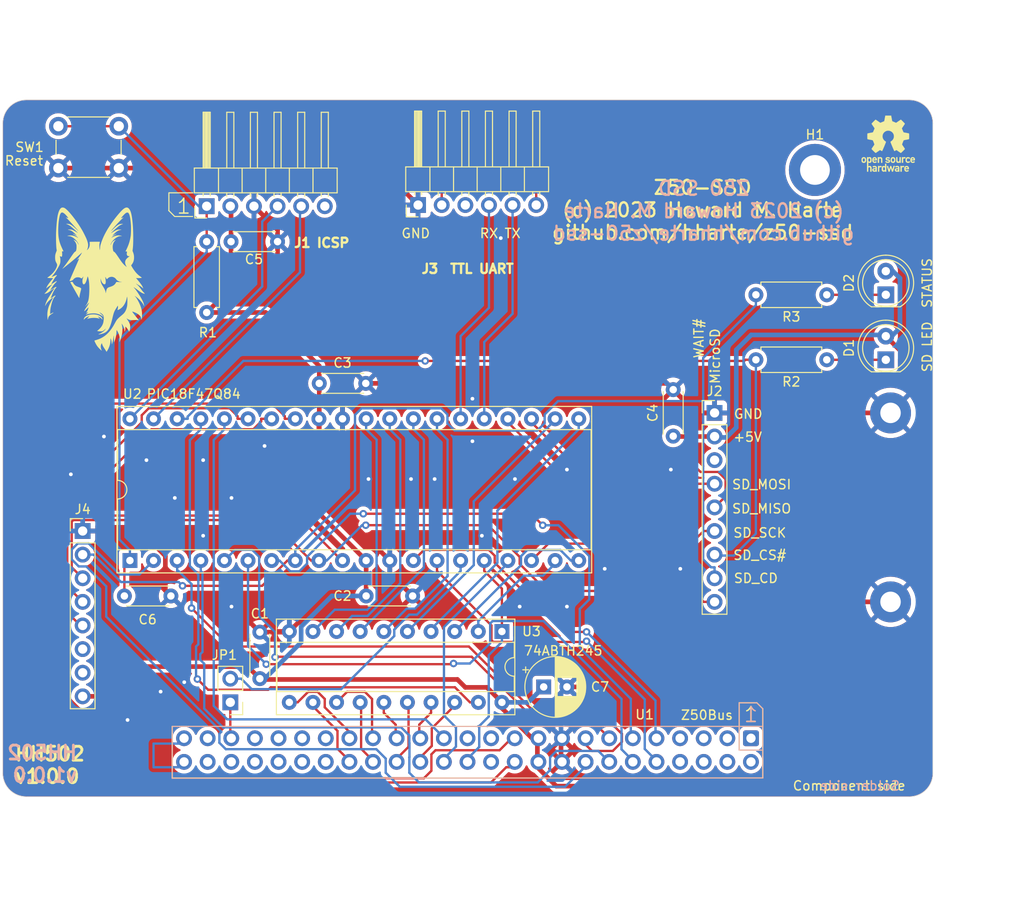
<source format=kicad_pcb>
(kicad_pcb (version 20221018) (generator pcbnew)
  (title_block (title "Z50-SSD - Solid-State Disk for the Z50Bus") (date "2023-05-07"))
  (layers (0 "F.Cu" signal) (31 "B.Cu" signal) (34 "B.Paste" user) (35 "F.Paste" user) (36 "B.SilkS" user "B.Silkscreen") (37 "F.SilkS" user "F.Silkscreen") (38 "B.Mask" user) (39 "F.Mask" user) (44 "Edge.Cuts" user))
  (net 0 "")
  (net 1 "GND")
  (net 2 "+5V")
  (net 3 "Net-(D1-K)")
  (net 4 "/CPU_D_CE#")
  (net 5 "/CPU_IORQ#")
  (net 6 "/UART_RX")
  (net 7 "/UART_TX")
  (net 8 "/CPU_WAIT#")
  (net 9 "/CPU_D0")
  (net 10 "/CPU_D1")
  (net 11 "/CPU_D2")
  (net 12 "/CPU_D3")
  (net 13 "/CPU_D4")
  (net 14 "/CPU_D5")
  (net 15 "/CPU_D6")
  (net 16 "/CPU_D7")
  (net 17 "/CPU_WR#")
  (net 18 "/CPU_RD#")
  (net 19 "/MCLR#")
  (net 20 "/SD_CS#")
  (net 21 "/SD_SCK")
  (net 22 "/SD_MOSI")
  (net 23 "/SD_MISO")
  (net 24 "/CPU_A0")
  (net 25 "/CPU_A1")
  (net 26 "/CPU_A2")
  (net 27 "/CPU_A3")
  (net 28 "/CPU_A4")
  (net 29 "/CPU_A5")
  (net 30 "/CPU_A6")
  (net 31 "/CPU_A7")
  (net 32 "/MCU_D1")
  (net 33 "/MCU_D0")
  (net 34 "/MCU_D7")
  (net 35 "/MCU_D6")
  (net 36 "/MCU_D5")
  (net 37 "/MCU_D4")
  (net 38 "/MCU_D3")
  (net 39 "/MCU_D2")
  (net 40 "/CPU_RESET#")
  (net 41 "/ICSP_PGC")
  (net 42 "/MCU_RB1")
  (net 43 "/MCU_RE1")
  (net 44 "/MCU_RE0")
  (net 45 "/MCU_RE2")
  (net 46 "/MCU_WAIT#")
  (net 47 "Net-(D2-K)")
  (net 48 "/CPU_M1#")
  (net 50 "Net-(J1-Pin_4)")
  (net 52 "Net-(J3-Pin_2)")
  (net 64 "/CPU_CLK")
  (net 78 "/IEO")
  (footprint "Resistor_THT:R_Axial_DIN0207_L6.3mm_D2.5mm_P7.62mm_Horizontal" (layer "F.Cu") (at 50.165 73.025 90)
    (fp_text reference "R1")
    (fp_text value "10K")
  )
  (footprint "Resistor_THT:R_Axial_DIN0207_L6.3mm_D2.5mm_P7.62mm_Horizontal" (layer "F.Cu") (at 116.84 78.105 180)
    (fp_text reference "R2")
    (fp_text value "470")
  )
  (footprint "Connector_PinHeader_2.54mm:PinHeader_1x08_P2.54mm_Vertical" (layer "F.Cu") (at 36.83 96.52)
    (fp_text reference "J4")
    (fp_text value "Conn_01x08_Male")
  )
  (footprint "Resistor_THT:R_Axial_DIN0207_L6.3mm_D2.5mm_P7.62mm_Horizontal" (layer "F.Cu") (at 116.84 71.12 180)
    (fp_text reference "R3")
    (fp_text value "470")
  )
  (footprint "Capacitor_THT:C_Disc_D4.3mm_W1.9mm_P5.00mm" (layer "F.Cu") (at 55.88 112.395 90)
    (fp_text reference "C1")
    (fp_text value "0.1uF")
  )
  (footprint "MountingHole:MountingHole_3.2mm_M3_DIN965_Pad_TopBottom" (layer "F.Cu") (at 115.57 57.695)
    (fp_text reference "H1")
    (fp_text value "3.2mm")
  )
  (footprint "LED_THT:LED_D5.0mm" (layer "F.Cu") (at 123.19 71.12 90)
    (fp_text reference "D2")
    (fp_text value "LED")
  )
  (footprint "Connector_PinHeader_2.54mm:PinHeader_1x09_P2.54mm_Vertical" (layer "F.Cu") (at 104.775 83.82)
    (fp_text reference "J2")
    (fp_text value "Pololu-2587_MicroSD")
  )
  (footprint "MountingHole:MountingHole_2.2mm_M2_Pad" (layer "F.Cu") (at 123.698 83.82 90)
    (fp_text reference "H2" hide)
    (fp_text value "MountingHole_Pad" hide)
  )
  (footprint "Capacitor_THT:C_Disc_D4.3mm_W1.9mm_P5.00mm" (layer "F.Cu") (at 67.31 103.505)
    (fp_text reference "C2")
    (fp_text value "0.1uF")
  )
  (footprint "Package_DIP:DIP-20_W7.62mm_Socket" (layer "F.Cu") (at 81.91 107.325 -90)
    (fp_text reference "U3")
    (fp_text value "74HC245")
  )
  (footprint "Connector_PinHeader_2.54mm:PinHeader_1x06_P2.54mm_Horizontal" (layer "F.Cu") (at 50.165 61.595 90)
    (fp_text reference "J1")
    (fp_text value "Conn_01x06_Male")
  )
  (footprint "Button_Switch_THT:SW_PUSH_6mm" (layer "F.Cu") (at 34.215 52.995)
    (fp_text reference "SW1")
    (fp_text value "SW_Push")
  )
  (footprint "hardware:Z50Bus-Header_2x25_P2.54mm_Horizontal" (layer "F.Cu") (at 108.69 118.805 -90)
    (fp_text reference "U1")
    (fp_text value "Conn_02x25_Odd_Even")
  )
  (footprint "Symbol:OSHW-Logo_5.7x6mm_SilkScreen" (layer "F.Cu") (at 123.444 54.864)
    (fp_text reference "LOGO1" hide)
    (fp_text value "Logo_Open_Hardware_Small" hide)
  )
  (footprint "Capacitor_THT:CP_Radial_D6.3mm_P2.50mm" (layer "F.Cu") (at 86.4 113.284)
    (fp_text reference "C7")
    (fp_text value "47uF")
  )
  (footprint "Package_DIP:DIP-40_W15.24mm_Socket" (layer "F.Cu") (at 41.91 99.695 90)
    (fp_text reference "U2")
    (fp_text value "PIC18F47Q84")
  )
  (footprint "Capacitor_THT:C_Disc_D4.3mm_W1.9mm_P5.00mm" (layer "F.Cu") (at 41.315 103.505)
    (fp_text reference "C6")
    (fp_text value "0.01uF")
  )
  (footprint "Connector_PinHeader_2.54mm:PinHeader_1x02_P2.54mm_Vertical" (layer "F.Cu") (at 52.705 114.94 180)
    (fp_text reference "JP1")
    (fp_text value "Jumper")
  )
  (footprint "LED_THT:LED_D5.0mm" (layer "F.Cu") (at 123.19 78.11 90)
    (fp_text reference "D1")
    (fp_text value "LED")
  )
  (footprint "hardware:deena" (layer "F.Cu") (at 38.1 69.596)
    (fp_text reference "G***" hide)
    (fp_text value "LOGO" hide)
  )
  (footprint "Capacitor_THT:C_Disc_D4.3mm_W1.9mm_P5.00mm" (layer "F.Cu") (at 100.33 86.32 90)
    (fp_text reference "C4")
    (fp_text value "0.1uF")
  )
  (footprint "MountingHole:MountingHole_2.2mm_M2_Pad" (layer "F.Cu") (at 123.698 104.14 90)
    (fp_text reference "H3" hide)
    (fp_text value "MountingHole_Pad")
  )
  (footprint "Capacitor_THT:C_Disc_D4.3mm_W1.9mm_P5.00mm" (layer "F.Cu") (at 62.27 80.645)
    (fp_text reference "C3")
    (fp_text value "0.1uF")
  )
  (footprint "Connector_PinHeader_2.54mm:PinHeader_1x06_P2.54mm_Horizontal" (layer "F.Cu") (at 72.898 61.468 90)
    (fp_text reference "J3")
    (fp_text value "Conn_01x06_Male")
  )
  (footprint "Capacitor_THT:C_Disc_D4.3mm_W1.9mm_P5.00mm" (layer "F.Cu") (at 52.785 65.405)
    (fp_text reference "C5")
    (fp_text value "0.1uF")
  )
  (gr_line (start 46.7175 62.695) (end 46.0825 62.06) (stroke (width 0.12)) (layer "F.SilkS"))
  (gr_line (start 46.1 62.06) (end 46.1 60.155) (stroke (width 0.12)) (layer "F.SilkS"))
  (gr_line (start 48.6525 62.7) (end 46.7475 62.7) (stroke (width 0.12)) (layer "F.SilkS"))
  (gr_line (start 46.13 60.155) (end 48.67 60.155) (stroke (width 0.12)) (layer "F.SilkS"))
  (gr_line (start 125.722651 125.095) (end 30.766051 125.095) (stroke (width 0.05)) (layer "Edge.Cuts"))
  (gr_line (start 125.729999 50.153204) (end 30.760844 50.153204) (stroke (width 0.05)) (layer "Edge.Cuts"))
  (gr_line (start 128.262651 122.555) (end 128.262651 52.685855) (stroke (width 0.05)) (layer "Edge.Cuts"))
  (gr_arc (start 30.766051 125.095) (mid 28.97 124.351051) (end 28.226051 122.555) (stroke (width 0.05)) (layer "Edge.Cuts"))
  (gr_arc (start 128.262651 122.555) (mid 127.518705 124.351069) (end 125.722651 125.095) (stroke (width 0.05)) (layer "Edge.Cuts"))
  (gr_arc (start 125.729999 50.153204) (mid 127.520854 50.895) (end 128.262651 52.685855) (stroke (width 0.05)) (layer "Edge.Cuts"))
  (gr_line (start 28.226051 122.555) (end 28.226051 52.685843) (stroke (width 0.05)) (layer "Edge.Cuts"))
  (gr_arc (start 28.228193 52.685843) (mid 28.970001 50.895) (end 30.760844 50.153192) (stroke (width 0.05)) (layer "Edge.Cuts"))
  (gr_text "Z50 SSD\n(c) 2023 Howard M. Harte\ngithub.com/hharte/z50-ssd" (at 103.6 62.1) (layer "B.SilkS") (effects (font (size 1.5 1.5) (thickness 0.25) bold) (justify mirror)))
  (gr_text "HH502\nv1.0.0" (at 36.384997 123.652982) (layer "B.SilkS") (effects (font (size 1.5 1.5) (thickness 0.3) bold) (justify left bottom mirror)))
  (gr_text "Solder side" (at 124.784 124.5) (layer "B.SilkS") (effects (font (size 1 1)) (justify left bottom mirror)))
  (gr_text "Component side" (at 113.1 124.5) (layer "F.SilkS") (effects (font (size 1 1)) (justify left bottom)))
  (gr_text "SD_CD" (at 109.22 101.6) (layer "F.SilkS") (effects (font (size 1 1))))
  (gr_text "TX" (at 83.058 64.516) (layer "F.SilkS") (effects (font (size 1 1))))
  (gr_text "SD_MOSI" (at 109.84 91.52) (layer "F.SilkS") (effects (font (size 1 1))))
  (gr_text "HH502\nv1.0.0" (at 29.399997 123.779982) (layer "F.SilkS") (effects (font (size 1.5 1.5) (thickness 0.3) bold) (justify left bottom)))
  (gr_text "+5V" (at 108.34 86.42) (layer "F.SilkS") (effects (font (size 1 1))))
  (gr_text "RX" (at 80.518 64.516) (layer "F.SilkS") (effects (font (size 1 1))))
  (gr_text "WAIT#" (at 103.09 75.81 90) (layer "F.SilkS") (effects (font (size 1 1))))
  (gr_text "ICSP" (at 63.754 65.532) (layer "F.SilkS") (effects (font (size 1 1) (thickness 0.25) bold)))
  (gr_text "TTL UART" (at 79.756 68.326) (layer "F.SilkS") (effects (font (size 1 1) (thickness 0.25) bold)))
  (gr_text "MicroSD" (at 104.84 77.72 90) (layer "F.SilkS") (effects (font (size 1 1))))
  (gr_text "PIC18F47Q84" (at 48.768 81.788) (layer "F.SilkS") (effects (font (size 1 1))))
  (gr_text "74ABTH245" (at 88.5 109.4) (layer "F.SilkS") (effects (font (size 1 1))))
  (gr_text "GND" (at 108.394 83.939) (layer "F.SilkS") (effects (font (size 1 1))))
  (gr_text "SD_CS#" (at 109.64 99.12) (layer "F.SilkS") (effects (font (size 1 1))))
  (gr_text "GND" (at 72.644 64.516) (layer "F.SilkS") (effects (font (size 1 1))))
  (gr_text "Z50-SSD\n(c) 2023 Howard M. Harte\ngithub.com/hharte/z50-ssd" (at 103.5 62) (layer "F.SilkS") (effects (font (size 1.5 1.5) (thickness 0.25) bold)))
  (gr_text "SD LED" (at 127.635 76.708 90) (layer "F.SilkS") (effects (font (size 1 1))))
  (gr_text "STATUS" (at 127.635 69.85 90) (layer "F.SilkS") (effects (font (size 1 1))))
  (gr_text "Reset" (at 28.37 57.295) (layer "F.SilkS") (effects (font (size 1 1)) (justify left bottom)))
  (gr_text "1" (at 47.7 61.6) (layer "F.SilkS") (effects (font (size 1.6 1.6))))
  (gr_text "SD_MISO" (at 109.84 94.12) (layer "F.SilkS") (effects (font (size 1 1))))
  (gr_text "SD_SCK" (at 109.64 96.72) (layer "F.SilkS") (effects (font (size 1 1))))
  (segment (start 69.85 99.695) (end 69.85 101.045) (width 0.5) (layer "F.Cu") (net 1))
  (segment (start 36.83 96.52) (end 43.0428 96.52) (width 0.5) (layer "F.Cu") (net 1))
  (segment (start 69.85 101.045) (end 72.31 103.505) (width 0.5) (layer "F.Cu") (net 1))
  (segment (start 71.06 104.755) (end 72.31 103.505) (width 0.5) (layer "F.Cu") (net 1))
  (segment (start 64.77 84.455) (end 64.77 94.615) (width 0.5) (layer "F.Cu") (net 1))
  (segment (start 88.265 121.92) (end 88.265 119.38) (width 0.5) (layer "F.Cu") (net 1))
  (segment (start 64.77 84.455) (end 64.77 83.145) (width 0.5) (layer "F.Cu") (net 1))
  (segment (start 70.866 59.436) (end 72.898 61.468) (width 0.5) (layer "F.Cu") (net 1))
  (segment (start 100.33 81.32) (end 99.655 80.645) (width 0.5) (layer "F.Cu") (net 1))
  (segment (start 99.655 80.645) (end 67.27 80.645) (width 0.5) (layer "F.Cu") (net 1))
  (segment (start 55.88 107.395) (end 58.98 107.395) (width 0.5) (layer "F.Cu") (net 1))
  (segment (start 102.83 83.82) (end 100.33 81.32) (width 0.5) (layer "F.Cu") (net 1))
  (segment (start 45.72 99.1972) (end 45.72 102.91) (width 0.5) (layer "F.Cu") (net 1))
  (segment (start 57.785 71.16) (end 67.27 80.645) (width 0.5) (layer "F.Cu") (net 1))
  (segment (start 34.215 57.495) (end 40.715 57.495) (width 0.5) (layer "F.Cu") (net 1))
  (segment (start 100.711 106.934) (end 105.918 106.934) (width 0.5) (layer "F.Cu") (net 1))
  (segment (start 57.785 65.405) (end 57.785 71.16) (width 0.5) (layer "F.Cu") (net 1))
  (segment (start 107.188 105.664) (end 107.188 104.14) (width 0.5) (layer "F.Cu") (net 1))
  (segment (start 43.0428 96.52) (end 45.72 99.1972) (width 0.5) (layer "F.Cu") (net 1))
  (segment (start 123.698 83.82) (end 104.775 83.82) (width 0.5) (layer "F.Cu") (net 1))
  (segment (start 107.188 84.072) (end 107.188 104.14) (width 0.5) (layer "F.Cu") (net 1))
  (segment (start 64.77 83.145) (end 67.27 80.645) (width 0.5) (layer "F.Cu") (net 1))
  (segment (start 61.62 104.755) (end 71.06 104.755) (width 0.5) (layer "F.Cu") (net 1))
  (segment (start 55.245 59.436) (end 70.866 59.436) (width 0.5) (layer "F.Cu") (net 1))
  (segment (start 57.785 65.405) (end 57.785 64.135) (width 0.5) (layer "F.Cu") (net 1))
  (segment (start 88.9 113.284) (end 94.361 113.284) (width 0.5) (layer "F.Cu") (net 1))
  (segment (start 55.245 59.309) (end 55.245 59.436) (width 0.5) (layer "F.Cu") (net 1))
  (segment (start 45.72 102.91) (end 46.315 103.505) (width 0.5) (layer "F.Cu") (net 1))
  (segment (start 55.245 61.595) (end 55.245 59.436) (width 0.5) (layer "F.Cu") (net 1))
  (segment (start 94.361 113.284) (end 100.711 106.934) (width 0.5) (layer "F.Cu") (net 1))
  (segment (start 57.785 64.135) (end 55.245 61.595) (width 0.5) (layer "F.Cu") (net 1))
  (segment (start 104.775 83.82) (end 102.83 83.82) (width 0.5) (layer "F.Cu") (net 1))
  (segment (start 64.77 94.615) (end 69.85 99.695) (width 0.5) (layer "F.Cu") (net 1))
  (segment (start 107.188 104.14) (end 123.698 104.14) (width 0.5) (layer "F.Cu") (net 1))
  (segment (start 53.431 57.495) (end 55.245 59.309) (width 0.5) (layer "F.Cu") (net 1))
  (segment (start 105.918 106.934) (end 107.188 105.664) (width 0.5) (layer "F.Cu") (net 1))
  (segment (start 59.05 107.325) (end 61.62 104.755) (width 0.5) (layer "F.Cu") (net 1))
  (segment (start 40.715 57.495) (end 53.431 57.495) (width 0.5) (layer "F.Cu") (net 1))
  (via (at 88.9 89.916) (size 0.8) (drill 0.4) (layers "F.Cu" "B.Cu") (net 1))
  (via (at 46.736 92.964) (size 0.8) (drill 0.4) (layers "F.Cu" "B.Cu") (net 1))
  (via (at 78.74 82.296) (size 0.8) (drill 0.4) (layers "F.Cu" "B.Cu") (net 1))
  (via (at 52.832 104.648) (size 0.8) (drill 0.4) (layers "F.Cu" "B.Cu") (net 1))
  (via (at 72.136 90.932) (size 0.8) (drill 0.4) (layers "F.Cu" "B.Cu") (net 1))
  (via (at 35.56 90.424) (size 0.8) (drill 0.4) (layers "F.Cu" "B.Cu") (net 1))
  (via (at 47.752 112.776) (size 0.8) (drill 0.4) (layers "F.Cu" "B.Cu") (net 1))
  (via (at 41.656 116.84) (size 0.8) (drill 0.4) (layers "F.Cu" "B.Cu") (net 1))
  (via (at 39.116 86.36) (size 0.8) (drill 0.4) (layers "F.Cu" "B.Cu") (net 1))
  (via (at 56.388 87.376) (size 0.8) (drill 0.4) (layers "F.Cu" "B.Cu") (net 1))
  (via (at 78.74 86.868) (size 0.8) (drill 0.4) (layers "F.Cu" "B.Cu") (net 1))
  (via (at 49.784 97.028) (size 0.8) (drill 0.4) (layers "F.Cu" "B.Cu") (net 1))
  (via (at 92.964 100.584) (size 0.8) (drill 0.4) (layers "F.Cu" "B.Cu") (net 1))
  (via (at 83.82 104.648) (size 0.8) (drill 0.4) (layers "F.Cu" "B.Cu") (net 1))
  (via (at 74.676 90.932) (size 0.8) (drill 0.4) (layers "F.Cu" "B.Cu") (net 1))
  (via (at 83.312 90.932) (size 0.8) (drill 0.4) (layers "F.Cu" "B.Cu") (net 1))
  (via (at 52.832 92.964) (size 0.8) (drill 0.4) (layers "F.Cu" "B.Cu") (net 1))
  (via (at 49.784 88.9) (size 0.8) (drill 0.4) (layers "F.Cu" "B.Cu") (net 1))
  (via (at 88.9 104.648) (size 0.8) (drill 0.4) (layers "F.Cu" "B.Cu") (net 1))
  (via (at 45.212 113.792) (size 0.8) (drill 0.4) (layers "F.Cu" "B.Cu") (net 1))
  (via (at 101.092 100.584) (size 0.8) (drill 0.4) (layers "F.Cu" "B.Cu") (net 1))
  (via (at 100.076 89.916) (size 0.8) (drill 0.4) (layers "F.Cu" "B.Cu") (net 1))
  (via (at 81.788 65.024) (size 0.8) (drill 0.4) (layers "F.Cu" "B.Cu") (net 1))
  (via (at 43.688 88.9) (size 0.8) (drill 0.4) (layers "F.Cu" "B.Cu") (net 1))
  (via (at 79.756 97.028) (size 0.8) (drill 0.4) (layers "F.Cu" "B.Cu") (net 1))
  (via (at 67.564 90.932) (size 0.8) (drill 0.4) (layers "F.Cu" "B.Cu") (net 1))
  (segment (start 88.265 119.38) (end 88.265 113.919) (width 0.5) (layer "B.Cu") (net 1))
  (segment (start 88.265 113.919) (end 88.9 113.284) (width 0.5) (layer "B.Cu") (net 1))
  (segment (start 52.785 70.405) (end 50.165 73.025) (width 0.5) (layer "F.Cu") (net 2))
  (segment (start 42.824 111.1) (end 39.624 114.3) (width 0.5) (layer "F.Cu") (net 2))
  (segment (start 85.725 121.92) (end 87.757 123.952) (width 0.5) (layer "F.Cu") (net 2))
  (segment (start 62.23 87.61) (end 62.23 84.455) (width 0.5) (layer "F.Cu") (net 2))
  (segment (start 124.46 123.952) (end 127 121.412) (width 0.5) (layer "F.Cu") (net 2))
  (segment (start 62.27 80.645) (end 62.27 87.65) (width 0.5) (layer "F.Cu") (net 2))
  (segment (start 55.88 112.395) (end 54.585 111.1) (width 0.5) (layer "F.Cu") (net 2))
  (segment (start 54.585 111.1) (end 42.824 111.1) (width 0.5) (layer "F.Cu") (net 2))
  (segment (start 52.785 65.405) (end 52.785 70.405) (width 0.5) (layer "F.Cu") (net 2))
  (segment (start 80.2998 113.335) (end 77.978 113.335) (width 0.5) (layer "F.Cu") (net 2))
  (segment (start 77.1262 112.483) (end 55.968 112.483) (width 0.5) (layer "F.Cu") (net 2))
  (segment (start 77.978 113.335) (end 77.1262 112.483) (width 0.5) (layer "F.Cu") (net 2))
  (segment (start 56.515 73.025) (end 50.165 73.025) (width 0.5) (layer "F.Cu") (net 2))
  (segment (start 62.27 87.65) (end 62.27 94.655) (width 0.5) (layer "F.Cu") (net 2))
  (segment (start 85.725 121.92) (end 85.725 119.38) (width 0.5) (layer "F.Cu") (net 2))
  (segment (start 81.91 114.945) (end 80.2998 113.335) (width 0.5) (layer "F.Cu") (net 2))
  (segment (start 85.725 119.38) (end 81.91 115.565) (width 0.5) (layer "F.Cu") (net 2))
  (segment (start 62.27 94.655) (end 67.31 99.695) (width 0.5) (layer "F.Cu") (net 2))
  (segment (start 127 79.38) (end 123.19 75.57) (width 0.5) (layer "F.Cu") (net 2))
  (segment (start 62.27 87.65) (end 62.23 87.61) (width 0.5) (layer "F.Cu") (net 2))
  (segment (start 62.27 80.645) (end 62.27 78.78) (width 0.5) (layer "F.Cu") (net 2))
  (segment (start 62.27 78.78) (end 56.515 73.025) (width 0.5) (layer "F.Cu") (net 2))
  (segment (start 67.31 99.695) (end 67.31 103.505) (width 0.5) (layer "F.Cu") (net 2))
  (segment (start 104.775 86.36) (end 100.37 86.36) (width 0.5) (layer "F.Cu") (net 2))
  (segment (start 52.785 65.405) (end 52.785 61.675) (width 0.5) (layer "F.Cu") (net 2))
  (segment (start 81.91 115.565) (end 81.91 114.945) (width 0.5) (layer "F.Cu") (net 2))
  (segment (start 127 121.412) (end 127 79.38) (width 0.5) (layer "F.Cu") (net 2))
  (segment (start 87.757 123.952) (end 124.46 123.952) (width 0.5) (layer "F.Cu") (net 2))
  (segment (start 39.624 114.3) (end 36.83 114.3) (width 0.5) (layer "F.Cu") (net 2))
  (segment (start 124.714 74.676) (end 124.714 69.342) (width 0.5) (layer "B.Cu") (net 2))
  (segment (start 124.714 69.342) (end 123.952 68.58) (width 0.5) (layer "B.Cu") (net 2))
  (segment (start 108.712 75.438) (end 123.058 75.438) (width 0.5) (layer "B.Cu") (net 2))
  (segment (start 123.952 68.58) (end 123.19 68.58) (width 0.5) (layer "B.Cu") (net 2))
  (segment (start 63.6266 103.505) (end 60.32 106.812) (width 0.5) (layer "B.Cu") (net 2))
  (segment (start 123.058 75.438) (end 123.952 75.438) (width 0.5) (layer "B.Cu") (net 2))
  (segment (start 67.31 103.505) (end 63.6266 103.505) (width 0.5) (layer "B.Cu") (net 2))
  (segment (start 106.04 86.46) (end 107.11 85.39) (width 0.5) (layer "B.Cu") (net 2))
  (segment (start 123.952 75.438) (end 124.714 74.676) (width 0.5) (layer "B.Cu") (net 2))
  (segment (start 84.739 114.945) (end 86.4 113.284) (width 0.5) (layer "B.Cu") (net 2))
  (segment (start 60.32 108.49) (end 56.4147 112.395) (width 0.5) (layer "B.Cu") (net 2))
  (segment (start 81.91 114.945) (end 84.739 114.945) (width 0.5) (layer "B.Cu") (net 2))
  (segment (start 104.84 86.46) (end 106.04 86.46) (width 0.5) (layer "B.Cu") (net 2))
  (segment (start 107.11 85.39) (end 107.11 77.04) (width 0.5) (layer "B.Cu") (net 2))
  (segment (start 60.32 106.812) (end 60.32 108.49) (width 0.5) (layer "B.Cu") (net 2))
  (segment (start 107.11 77.04) (end 108.712 75.438) (width 0.5) (layer "B.Cu") (net 2))
  (segment (start 123.19 78.11) (end 116.845 78.11) (width 0.25) (layer "F.Cu") (net 3))
  (segment (start 78.4784 114.945) (end 79.37 114.945) (width 0.25) (layer "F.Cu") (net 4))
  (segment (start 50.3132 113.59) (end 56.7813 113.59) (width 0.25) (layer "F.Cu") (net 4))
  (segment (start 57.0474 113.324) (end 76.8574 113.324) (width 0.25) (layer "F.Cu") (net 4))
  (segment (start 49.1648 112.442) (end 50.3132 113.59) (width 0.25) (layer "F.Cu") (net 4))
  (segment (start 56.7813 113.59) (end 57.0474 113.324) (width 0.25) (layer "F.Cu") (net 4))
  (segment (start 76.8574 113.324) (end 78.4784 114.945) (width 0.25) (layer "F.Cu") (net 4))
  (via (at 49.1648 112.442) (size 0.8) (drill 0.4) (layers "F.Cu" "B.Cu") (net 4))
  (segment (start 49.2632 108.698) (end 49.0218 108.939) (width 0.25) (layer "B.Cu") (net 4))
  (segment (start 49.2632 101.191) (end 49.2632 108.698) (width 0.25) (layer "B.Cu") (net 4))
  (segment (start 49.0218 112.299) (end 49.1648 112.442) (width 0.25) (layer "B.Cu") (net 4))
  (segment (start 48.3518 86.7583) (end 48.3518 100.28) (width 0.25) (layer "B.Cu") (net 4))
  (segment (start 49.0218 108.939) (end 49.0218 112.299) (width 0.25) (layer "B.Cu") (net 4))
  (segment (start 48.3518 100.28) (end 49.2632 101.191) (width 0.25) (layer "B.Cu") (net 4))
  (segment (start 49.53 84.455) (end 49.53 85.5801) (width 0.25) (layer "B.Cu") (net 4))
  (segment (start 49.53 85.5801) (end 48.3518 86.7583) (width 0.25) (layer "B.Cu") (net 4))
  (segment (start 50.9224 86.7277) (end 52.07 85.5801) (width 0.25) (layer "B.Cu") (net 5))
  (segment (start 52.07 85.5801) (end 52.07 84.455) (width 0.25) (layer "B.Cu") (net 5))
  (segment (start 50.9224 115.322) (end 50.9224 86.7277) (width 0.25) (layer "B.Cu") (net 5))
  (segment (start 73.697 116.772) (end 52.3717 116.772) (width 0.25) (layer "B.Cu") (net 5))
  (segment (start 52.3717 116.772) (end 50.9224 115.322) (width 0.25) (layer "B.Cu") (net 5))
  (segment (start 75.565 118.64) (end 73.697 116.772) (width 0.25) (layer "B.Cu") (net 5))
  (segment (start 77.47 75.565) (end 80.518 72.517) (width 0.25) (layer "B.Cu") (net 6))
  (segment (start 80.518 72.517) (end 80.518 61.468) (width 0.25) (layer "B.Cu") (net 6))
  (segment (start 77.47 84.455) (end 77.47 75.565) (width 0.25) (layer "B.Cu") (net 6))
  (segment (start 80.01 76.2) (end 83.058 73.152) (width 0.25) (layer "B.Cu") (net 7))
  (segment (start 83.058 73.152) (end 83.058 61.468) (width 0.25) (layer "B.Cu") (net 7))
  (segment (start 80.01 84.455) (end 80.01 76.2) (width 0.25) (layer "B.Cu") (net 7))
  (segment (start 52.705 119.38) (end 52.705 114.94) (width 0.25) (layer "F.Cu") (net 8))
  (segment (start 74.37 117.745) (end 74.37 119.631037) (width 0.25) (layer "F.Cu") (net 9))
  (segment (start 76.83 115.285) (end 74.37 117.745) (width 0.25) (layer "F.Cu") (net 9))
  (segment (start 74.37 119.631037) (end 73.025 120.976037) (width 0.25) (layer "F.Cu") (net 9))
  (segment (start 73.025 117.335) (end 73.025 119.38) (width 0.25) (layer "F.Cu") (net 10))
  (segment (start 74.29 114.945) (end 74.29 116.07) (width 0.25) (layer "F.Cu") (net 10))
  (segment (start 74.29 116.07) (end 73.025 117.335) (width 0.25) (layer "F.Cu") (net 10))
  (segment (start 71.87 119.727) (end 71.87 115.065) (width 0.25) (layer "F.Cu") (net 11))
  (segment (start 70.485 121.112) (end 71.87 119.727) (width 0.25) (layer "F.Cu") (net 11))
  (segment (start 71.87 115.065) (end 71.75 114.945) (width 0.25) (layer "F.Cu") (net 11))
  (segment (start 69.21 114.945) (end 69.21 116.07) (width 0.25) (layer "F.Cu") (net 12))
  (segment (start 69.21 116.07) (end 70.485 117.345) (width 0.25) (layer "F.Cu") (net 12))
  (segment (start 70.485 117.345) (end 70.485 119.38) (width 0.25) (layer "F.Cu") (net 12))
  (segment (start 67.945 121.112) (end 66.77 119.937) (width 0.25) (layer "F.Cu") (net 13))
  (segment (start 66.77 119.937) (end 66.77 115.045) (width 0.25) (layer "F.Cu") (net 13))
  (segment (start 66.77 115.045) (end 66.67 114.945) (width 0.25) (layer "F.Cu") (net 13))
  (segment (start 65.258 113.817) (end 67.1784 113.817) (width 0.25) (layer "F.Cu") (net 14))
  (segment (start 64.13 114.945) (end 65.258 113.817) (width 0.25) (layer "F.Cu") (net 14))
  (segment (start 67.945 114.584) (end 67.945 119.38) (width 0.25) (layer "F.Cu") (net 14))
  (segment (start 67.1784 113.817) (end 67.945 114.584) (width 0.25) (layer "F.Cu") (net 14))
  (segment (start 61.59 115.367542) (end 64.2299 118.007442) (width 0.25) (layer "F.Cu") (net 15))
  (segment (start 64.2299 119.937) (end 65.405 121.112) (width 0.25) (layer "F.Cu") (net 15))
  (segment (start 64.2299 118.007442) (end 64.2299 119.937) (width 0.25) (layer "F.Cu") (net 15))
  (segment (start 62.86 114.579) (end 62.86 115.475) (width 0.25) (layer "F.Cu") (net 16))
  (segment (start 62.86 115.475) (end 65.405 118.02) (width 0.25) (layer "F.Cu") (net 16))
  (segment (start 62.0981 113.817) (end 62.86 114.579) (width 0.25) (layer "F.Cu") (net 16))
  (segment (start 65.405 118.02) (end 65.405 119.38) (width 0.25) (layer "F.Cu") (net 16))
  (segment (start 59.05 114.945) (end 59.9421 114.945) (width 0.25) (layer "F.Cu") (net 16))
  (segment (start 59.9421 114.945) (end 61.0701 113.817) (width 0.25) (layer "F.Cu") (net 16))
  (segment (start 61.0701 113.817) (end 62.0981 113.817) (width 0.25) (layer "F.Cu") (net 16))
  (segment (start 81.91 107.325) (end 81.91 102.72) (width 0.25) (layer "F.Cu") (net 17))
  (segment (start 80.01 100.82) (end 80.01 99.695) (width 0.25) (layer "F.Cu") (net 17))
  (segment (start 81.91 102.72) (end 80.01 100.82) (width 0.25) (layer "F.Cu") (net 17))
  (segment (start 79.47 119.74) (end 79.47 117.61) (width 0.25) (layer "B.Cu") (net 17))
  (segment (start 79.375 117.51) (end 79.455 117.51) (width 0.25) (layer "B.Cu") (net 17))
  (segment (start 78.105 121.11) (end 79.375 119.84) (width 0.25) (layer "B.Cu") (net 17))
  (segment (start 80.4953 109.865) (end 81.91 108.45) (width 0.25) (layer "B.Cu") (net 17))
  (segment (start 80.4953 116.4697) (end 80.4953 109.865) (width 0.25) (layer "B.Cu") (net 17))
  (segment (start 79.455 117.51) (end 80.4953 116.4697) (width 0.25) (layer "B.Cu") (net 17))
  (segment (start 79.37 119.84) (end 79.47 119.74) (width 0.25) (layer "B.Cu") (net 17))
  (segment (start 79.47 117.61) (end 79.37 117.51) (width 0.25) (layer "B.Cu") (net 17))
  (segment (start 81.91 108.45) (end 81.91 107.325) (width 0.25) (layer "B.Cu") (net 17))
  (segment (start 76.97 119.705) (end 75.565 121.11) (width 0.25) (layer "B.Cu") (net 18))
  (segment (start 82.55 99.9764) (end 75.6794 106.847) (width 0.25) (layer "B.Cu") (net 18))
  (segment (start 76.97 117.6456) (end 76.97 119.705) (width 0.25) (layer "B.Cu") (net 18))
  (segment (start 75.6794 116.355) (end 76.97 117.6456) (width 0.25) (layer "B.Cu") (net 18))
  (segment (start 75.6794 106.847) (end 75.6794 116.355) (width 0.25) (layer "B.Cu") (net 18))
  (segment (start 41.315 103.505) (end 41.315 100.29) (width 0.25) (layer "F.Cu") (net 19))
  (segment (start 34.215 52.995) (end 40.715 52.995) (width 0.25) (layer "F.Cu") (net 19))
  (segment (start 50.165 65.405) (end 50.165 61.595) (width 0.25) (layer "F.Cu") (net 19))
  (segment (start 41.91 98.5699) (end 40.7849 97.4448) (width 0.25) (layer "B.Cu") (net 19))
  (segment (start 40.7849 97.4448) (end 40.7849 75.9102) (width 0.25) (layer "B.Cu") (net 19))
  (segment (start 40.7849 75.9102) (end 50.165 66.5301) (width 0.25) (layer "B.Cu") (net 19))
  (segment (start 50.165 66.5301) (end 50.165 65.405) (width 0.25) (layer "B.Cu") (net 19))
  (segment (start 41.91 99.695) (end 41.91 98.5699) (width 0.25) (layer "B.Cu") (net 19))
  (segment (start 49.315 61.595) (end 50.165 61.595) (width 0.25) (layer "B.Cu") (net 19))
  (segment (start 40.715 52.995) (end 49.315 61.595) (width 0.25) (layer "B.Cu") (net 19))
  (segment (start 73.66 78.232) (end 107.968 78.232) (width 0.25) (layer "F.Cu") (net 20))
  (segment (start 107.968 78.232) (end 108.095 78.105) (width 0.25) (layer "F.Cu") (net 20))
  (segment (start 108.095 78.105) (end 109.22 78.105) (width 0.25) (layer "F.Cu") (net 20))
  (via (at 73.66 78.232) (size 0.8) (drill 0.4) (layers "F.Cu" "B.Cu") (net 20))
  (segment (start 54.1049 78.232) (end 48.1151 84.2218) (width 0.25) (layer "B.Cu") (net 20))
  (segment (start 106.86 99.16) (end 109.22 96.8) (width 0.25) (layer "B.Cu") (net 20))
  (segment (start 104.875 99.16) (end 106.86 99.16) (width 0.25) (layer "B.Cu") (net 20))
  (segment (start 48.1151 84.2218) (end 48.1151 84.455) (width 0.25) (layer "B.Cu") (net 20))
  (segment (start 73.66 78.232) (end 54.1049 78.232) (width 0.25) (layer "B.Cu") (net 20))
  (segment (start 109.22 96.8) (end 109.22 78.105) (width 0.25) (layer "B.Cu") (net 20))
  (segment (start 48.1151 84.455) (end 46.99 84.455) (width 0.25) (layer "B.Cu") (net 20))
  (segment (start 85.09 99.695) (end 86.9049 97.8801) (width 0.25) (layer "F.Cu") (net 21))
  (segment (start 102.24 97.8801) (end 103.6 96.52) (width 0.25) (layer "F.Cu") (net 21))
  (segment (start 86.9049 97.8801) (end 102.24 97.8801) (width 0.25) (layer "F.Cu") (net 21))
  (segment (start 103.6 96.52) (end 104.775 96.52) (width 0.25) (layer "F.Cu") (net 21))
  (segment (start 89.1633 91.44) (end 82.55 84.8267) (width 0.25) (layer "F.Cu") (net 22))
  (segment (start 104.775 91.44) (end 89.1633 91.44) (width 0.25) (layer "F.Cu") (net 22))
  (segment (start 105.959 92.796) (end 105.959 90.9542) (width 0.25) (layer "F.Cu") (net 23))
  (segment (start 104.775 93.98) (end 105.959 92.796) (width 0.25) (layer "F.Cu") (net 23))
  (segment (start 101.6 88.5) (end 88.75 88.5) (width 0.25) (layer "F.Cu") (net 23))
  (segment (start 88.75 88.5) (end 85.09 84.84) (width 0.25) (layer "F.Cu") (net 23))
  (segment (start 105.959 90.9542) (end 105.175 90.17) (width 0.25) (layer "F.Cu") (net 23))
  (segment (start 103.27 90.17) (end 101.6 88.5) (width 0.25) (layer "F.Cu") (net 23))
  (segment (start 105.175 90.17) (end 103.27 90.17) (width 0.25) (layer "F.Cu") (net 23))
  (segment (start 36.3097 97.8498) (end 35.6397 98.5198) (width 0.25) (layer "B.Cu") (net 24))
  (segment (start 39.3612 105.722) (end 51.743402 118.104897) (width 0.25) (layer "B.Cu") (net 24))
  (segment (start 35.6397 99.5601) (end 36.4096 100.33) (width 0.25) (layer "B.Cu") (net 24))
  (segment (start 36.4096 100.33) (end 37.2241 100.33) (width 0.25) (layer "B.Cu") (net 24))
  (segment (start 51.743402 118.104897) (end 51.53 118.318299) (width 0.25) (layer "B.Cu") (net 24))
  (segment (start 40.814 101.2) (end 37.4638 97.8498) (width 0.25) (layer "B.Cu") (net 24))
  (segment (start 51.53 118.318299) (end 51.53 119.291701) (width 0.25) (layer "B.Cu") (net 24))
  (segment (start 68.405 119.98) (end 69.415 120.99) (width 0.25) (layer "B.Cu") (net 24))
  (segment (start 42.945 101.2) (end 40.814 101.2) (width 0.25) (layer "B.Cu") (net 24))
  (segment (start 69.415 122.5125) (end 70.9265 124.024) (width 0.25) (layer "B.Cu") (net 24))
  (segment (start 35.6397 98.5198) (end 35.6397 99.5601) (width 0.25) (layer "B.Cu") (net 24))
  (segment (start 37.2241 100.33) (end 39.3612 102.467) (width 0.25) (layer "B.Cu") (net 24))
  (segment (start 39.3612 102.467) (end 39.3612 105.722) (width 0.25) (layer "B.Cu") (net 24))
  (segment (start 88.701 124.024) (end 90.805 121.92) (width 0.25) (layer "B.Cu") (net 24))
  (segment (start 69.415 120.99) (end 69.415 122.5125) (width 0.25) (layer "B.Cu") (net 24))
  (segment (start 70.9265 124.024) (end 88.701 124.024) (width 0.25) (layer "B.Cu") (net 24))
  (segment (start 37.4638 97.8498) (end 36.3097 97.8498) (width 0.25) (layer "B.Cu") (net 24))
  (segment (start 51.53 119.291701) (end 52.218299 119.98) (width 0.25) (layer "B.Cu") (net 24))
  (segment (start 52.218299 119.98) (end 68.405 119.98) (width 0.25) (layer "B.Cu") (net 24))
  (segment (start 44.45 99.695) (end 42.945 101.2) (width 0.25) (layer "B.Cu") (net 24))
  (segment (start 94.815 119.186701) (end 93.831701 120.17) (width 0.25) (layer "F.Cu") (net 25))
  (segment (start 92.299 115.824) (end 94.793299 118.318299) (width 0.25) (layer "F.Cu") (net 25))
  (segment (start 94.793299 118.318299) (end 94.815 118.318299) (width 0.25) (layer "F.Cu") (net 25))
  (segment (start 52.6662 108.9436) (end 78.3615 108.9436) (width 0.25) (layer "F.Cu") (net 25))
  (segment (start 93.831701 120.17) (end 91.595 120.17) (width 0.25) (layer "F.Cu") (net 25))
  (segment (start 78.3615 108.9436) (end 85.2419 115.824) (width 0.25) (layer "F.Cu") (net 25))
  (segment (start 94.815 118.318299) (end 94.815 119.186701) (width 0.25) (layer "F.Cu") (net 25))
  (segment (start 48.5375 104.8149) (end 52.6662 108.9436) (width 0.25) (layer "F.Cu") (net 25))
  (segment (start 85.2419 115.824) (end 92.299 115.824) (width 0.25) (layer "F.Cu") (net 25))
  (segment (start 91.595 120.17) (end 90.805 119.38) (width 0.25) (layer "F.Cu") (net 25))
  (via (at 48.5375 104.8149) (size 0.8) (drill 0.4) (layers "F.Cu" "B.Cu") (net 25))
  (segment (start 46.99 99.695) (end 46.99 100.8201) (width 0.25) (layer "B.Cu") (net 25))
  (segment (start 46.99 100.8201) (end 47.1306 100.8201) (width 0.25) (layer "B.Cu") (net 25))
  (segment (start 48.5375 102.227) (end 48.5375 104.8149) (width 0.25) (layer "B.Cu") (net 25))
  (segment (start 47.1306 100.8201) (end 48.5375 102.227) (width 0.25) (layer "B.Cu") (net 25))
  (segment (start 49.9008 110.796) (end 49.9008 115.616) (width 0.25) (layer "B.Cu") (net 26))
  (segment (start 49.7134 101.004) (end 49.7134 109.526) (width 0.25) (layer "B.Cu") (net 26))
  (segment (start 71.955 122.5178) (end 72.9892 123.552) (width 0.25) (layer "B.Cu") (net 26))
  (segment (start 71.955 120.858299) (end 71.955 122.5178) (width 0.25) (layer "B.Cu") (net 26))
  (segment (start 49.472 110.367) (end 49.9008 110.796) (width 0.25) (layer "B.Cu") (net 26))
  (segment (start 87.0898 122.223) (end 87.0898 120.858499) (width 0.25) (layer "B.Cu") (net 26))
  (segment (start 71.97 120.843299) (end 71.955 120.858299) (width 0.25) (layer "B.Cu") (net 26))
  (segment (start 49.53 100.82) (end 49.7134 101.004) (width 0.25) (layer "B.Cu") (net 26))
  (segment (start 87.0898 120.858499) (end 87.778299 120.17) (width 0.25) (layer "B.Cu") (net 26))
  (segment (start 87.778299 120.17) (end 92.275 120.17) (width 0.25) (layer "B.Cu") (net 26))
  (segment (start 71.076701 117.63) (end 71.955 118.508299) (width 0.25) (layer "B.Cu") (net 26))
  (segment (start 49.472 109.767) (end 49.472 110.367) (width 0.25) (layer "B.Cu") (net 26))
  (segment (start 72.9892 123.552) (end 85.7607 123.552) (width 0.25) (layer "B.Cu") (net 26))
  (segment (start 51.9606 117.676) (end 52.0066 117.63) (width 0.25) (layer "B.Cu") (net 26))
  (segment (start 85.7607 123.552) (end 87.0898 122.223) (width 0.25) (layer "B.Cu") (net 26))
  (segment (start 49.9008 115.616) (end 51.9606 117.676) (width 0.25) (layer "B.Cu") (net 26))
  (segment (start 71.97 119.306701) (end 71.97 120.843299) (width 0.25) (layer "B.Cu") (net 26))
  (segment (start 71.955 119.291701) (end 71.97 119.306701) (width 0.25) (layer "B.Cu") (net 26))
  (segment (start 52.0066 117.63) (end 71.076701 117.63) (width 0.25) (layer "B.Cu") (net 26))
  (segment (start 49.53 99.695) (end 49.53 100.82) (width 0.25) (layer "B.Cu") (net 26))
  (segment (start 71.955 118.508299) (end 71.955 119.291701) (width 0.25) (layer "B.Cu") (net 26))
  (segment (start 49.7134 109.526) (end 49.472 109.767) (width 0.25) (layer "B.Cu") (net 26))
  (segment (start 92.275 120.17) (end 93.345 121.24) (width 0.25) (layer "B.Cu") (net 26))
  (segment (start 91.595 116.92) (end 85.5371 116.92) (width 0.25) (layer "F.Cu") (net 27))
  (segment (start 78.6575 110.041) (end 57.5525 110.041) (width 0.25) (layer "F.Cu") (net 27))
  (segment (start 57.5525 110.041) (end 57.5123 110.081) (width 0.25) (layer "F.Cu") (net 27))
  (segment (start 93.345 118.67) (end 91.595 116.92) (width 0.25) (layer "F.Cu") (net 27))
  (segment (start 85.5371 116.92) (end 78.6575 110.041) (width 0.25) (layer "F.Cu") (net 27))
  (via (at 57.5123 110.081) (size 0.8) (drill 0.4) (layers "F.Cu" "B.Cu") (net 27))
  (segment (start 55.0621 98.5462) (end 55.8074 99.2915) (width 0.25) (layer "B.Cu") (net 27))
  (segment (start 52.07 99.695) (end 53.2188 98.5462) (width 0.25) (layer "B.Cu") (net 27))
  (segment (start 57.5122 110.081) (end 57.5123 110.081) (width 0.25) (layer "B.Cu") (net 27))
  (segment (start 55.8074 99.2915) (end 55.8074 105.674) (width 0.25) (layer "B.Cu") (net 27))
  (segment (start 53.2188 98.5462) (end 55.0621 98.5462) (width 0.25) (layer "B.Cu") (net 27))
  (segment (start 55.8074 105.674) (end 57.5122 107.378) (width 0.25) (layer "B.Cu") (net 27))
  (segment (start 57.5122 107.378) (end 57.5122 110.081) (width 0.25) (layer "B.Cu") (net 27))
  (segment (start 76.634 110.84) (end 56.5643 110.84) (width 0.25) (layer "F.Cu") (net 28))
  (segment (start 76.708 110.766) (end 76.634 110.84) (width 0.25) (layer "F.Cu") (net 28))
  (via (at 56.5643 110.84) (size 0.8) (drill 0.4) (layers "F.Cu" "B.Cu") (net 28))
  (via (at 76.708 110.766) (size 0.8) (drill 0.4) (layers "F.Cu" "B.Cu") (net 28))
  (segment (start 78.464 110.766) (end 80.6456 108.584) (width 0.25) (layer "B.Cu") (net 28))
  (segment (start 86.388 106.2) (end 94.77 114.582) (width 0.25) (layer "B.Cu") (net 28))
  (segment (start 76.708 110.766) (end 78.464 110.766) (width 0.25) (layer "B.Cu") (net 28))
  (segment (start 94.77 114.582) (end 94.77 119.995) (width 0.25) (layer "B.Cu") (net 28))
  (segment (start 80.6456 106.463) (end 80.9085 106.2) (width 0.25) (layer "B.Cu") (net 28))
  (segment (start 54.61 99.695) (end 54.61 108.885) (width 0.25) (layer "B.Cu") (net 28))
  (segment (start 80.9085 106.2) (end 86.388 106.2) (width 0.25) (layer "B.Cu") (net 28))
  (segment (start 80.6456 108.584) (end 80.6456 106.463) (width 0.25) (layer "B.Cu") (net 28))
  (segment (start 54.61 108.885) (end 56.5643 110.84) (width 0.25) (layer "B.Cu") (net 28))
  (segment (start 94.77 119.995) (end 95.885 121.11) (width 0.25) (layer "B.Cu") (net 28))
  (segment (start 85.0597 94.6637) (end 86.2992 95.9032) (width 0.25) (layer "F.Cu") (net 29))
  (segment (start 67.0052 94.6637) (end 85.0597 94.6637) (width 0.25) (layer "F.Cu") (net 29))
  (via (at 86.2992 95.9032) (size 0.8) (drill 0.4) (layers "F.Cu" "B.Cu") (net 29))
  (via (at 67.0052 94.6637) (size 0.8) (drill 0.4) (layers "F.Cu" "B.Cu") (net 29))
  (segment (start 91.3038 103.877) (end 90.2841 104.897) (width 0.25) (layer "B.Cu") (net 29))
  (segment (start 60.96 99.297) (end 65.5933 94.6637) (width 0.25) (layer "B.Cu") (net 29))
  (segment (start 90.2841 104.897) (end 90.2841 109.08) (width 0.25) (layer "B.Cu") (net 29))
  (segment (start 91.3038 99.2215) (end 91.3038 103.877) (width 0.25) (layer "B.Cu") (net 29))
  (segment (start 87.9855 95.9032) (end 91.3038 99.2215) (width 0.25) (layer "B.Cu") (net 29))
  (segment (start 57.15 99.695) (end 57.9936 99.695) (width 0.25) (layer "B.Cu") (net 29))
  (segment (start 60.96 100.024) (end 60.96 99.297) (width 0.25) (layer "B.Cu") (net 29))
  (segment (start 60.1306 100.854) (end 60.96 100.024) (width 0.25) (layer "B.Cu") (net 29))
  (segment (start 90.2841 109.08) (end 95.77 114.5659) (width 0.25) (layer "B.Cu") (net 29))
  (segment (start 95.77 114.5659) (end 95.77 119.265) (width 0.25) (layer "B.Cu") (net 29))
  (segment (start 59.1526 100.854) (end 60.1306 100.854) (width 0.25) (layer "B.Cu") (net 29))
  (segment (start 57.9936 99.695) (end 59.1526 100.854) (width 0.25) (layer "B.Cu") (net 29))
  (segment (start 65.5933 94.6637) (end 67.0052 94.6637) (width 0.25) (layer "B.Cu") (net 29))
  (segment (start 86.2992 95.9032) (end 87.9855 95.9032) (width 0.25) (layer "B.Cu") (net 29))
  (segment (start 90.9271 108.45) (end 91.0093 108.368) (width 0.25) (layer "F.Cu") (net 30))
  (segment (start 80.7849 108.26) (end 80.9755 108.45) (width 0.25) (layer "F.Cu") (net 30))
  (segment (start 80.9755 108.45) (end 90.9271 108.45) (width 0.25) (layer "F.Cu") (net 30))
  (segment (start 80.7849 106.675) (end 80.7849 108.26) (width 0.25) (layer "F.Cu") (net 30))
  (segment (start 74.93 100.82) (end 80.7849 106.675) (width 0.25) (layer "F.Cu") (net 30))
  (segment (start 74.93 99.695) (end 74.93 100.82) (width 0.25) (layer "F.Cu") (net 30))
  (via (at 91.0093 108.368) (size 0.8) (drill 0.4) (layers "F.Cu" "B.Cu") (net 30))
  (segment (start 98.425 121.112) (end 97.27 119.957) (width 0.25) (layer "B.Cu") (net 30))
  (segment (start 97.27 114.6287) (end 91.0093 108.368) (width 0.25) (layer "B.Cu") (net 30))
  (segment (start 97.27 119.957) (end 97.27 114.6287) (width 0.25) (layer "B.Cu") (net 30))
  (segment (start 72.39 99.695) (end 73.5378 98.5472) (width 0.25) (layer "F.Cu") (net 31))
  (segment (start 73.5378 98.5472) (end 80.5052 98.5472) (width 0.25) (layer "F.Cu") (net 31))
  (segment (start 81.1352 99.1772) (end 81.1352 99.9293) (width 0.25) (layer "F.Cu") (net 31))
  (segment (start 80.5052 98.5472) (end 81.1352 99.1772) (width 0.25) (layer "F.Cu") (net 31))
  (segment (start 88.5737 107.368) (end 91.0093 107.368) (width 0.25) (layer "F.Cu") (net 31))
  (segment (start 81.1352 99.9293) (end 88.5737 107.368) (width 0.25) (layer "F.Cu") (net 31))
  (via (at 91.0093 107.368) (size 0.8) (drill 0.4) (layers "F.Cu" "B.Cu") (net 31))
  (segment (start 98.425 119.38) (end 98.425 114.758) (width 0.25) (layer "B.Cu") (net 31))
  (segment (start 98.425 114.758) (end 91.0346 107.368) (width 0.25) (layer "B.Cu") (net 31))
  (segment (start 91.0346 107.368) (end 91.0093 107.368) (width 0.25) (layer "B.Cu") (net 31))
  (segment (start 90.17 99.695) (end 89.3262 99.695) (width 0.25) (layer "B.Cu") (net 32))
  (segment (start 89.3262 99.695) (end 88.188 98.5568) (width 0.25) (layer "B.Cu") (net 32))
  (segment (start 84.6355 98.5568) (end 83.9648 99.2275) (width 0.25) (layer "B.Cu") (net 32))
  (segment (start 88.188 98.5568) (end 84.6355 98.5568) (width 0.25) (layer "B.Cu") (net 32))
  (segment (start 83.9648 100.19) (end 76.83 107.325) (width 0.25) (layer "B.Cu") (net 32))
  (segment (start 83.9648 99.2275) (end 83.9648 100.19) (width 0.25) (layer "B.Cu") (net 32))
  (segment (start 84.2494 101.321) (end 79.37 106.2) (width 0.25) (layer "B.Cu") (net 33))
  (segment (start 86.3346 101.321) (end 84.2494 101.321) (width 0.25) (layer "B.Cu") (net 33))
  (segment (start 87.63 100.025) (end 86.3346 101.321) (width 0.25) (layer "B.Cu") (net 33))
  (segment (start 79.37 106.2) (end 79.37 107.325) (width 0.25) (layer "B.Cu") (net 33))
  (segment (start 67.4342 104.981) (end 68.4364 103.978) (width 0.25) (layer "B.Cu") (net 34))
  (segment (start 68.4364 103.978) (end 68.4364 86.7065) (width 0.25) (layer "B.Cu") (net 34))
  (segment (start 63.934 104.981) (end 67.4342 104.981) (width 0.25) (layer "B.Cu") (net 34))
  (segment (start 61.59 107.325) (end 63.934 104.981) (width 0.25) (layer "B.Cu") (net 34))
  (segment (start 68.4364 86.7065) (end 67.31 85.5801) (width 0.25) (layer "B.Cu") (net 34))
  (segment (start 67.31 85.5801) (end 67.31 84.455) (width 0.25) (layer "B.Cu") (net 34))
  (segment (start 70.979 102.141) (end 67.4638 105.656) (width 0.25) (layer "B.Cu") (net 35))
  (segment (start 69.85 84.455) (end 69.85 85.5801) (width 0.25) (layer "B.Cu") (net 35))
  (segment (start 67.4638 105.656) (end 65.799 105.656) (width 0.25) (layer "B.Cu") (net 35))
  (segment (start 65.799 105.656) (end 64.13 107.325) (width 0.25) (layer "B.Cu") (net 35))
  (segment (start 69.85 85.5801) (end 70.979 86.7091) (width 0.25) (layer "B.Cu") (net 35))
  (segment (start 70.979 86.7091) (end 70.979 102.141) (width 0.25) (layer "B.Cu") (net 35))
  (segment (start 73.5216 100.473) (end 66.67 107.325) (width 0.25) (layer "B.Cu") (net 36))
  (segment (start 72.39 85.5801) (end 73.5216 86.7117) (width 0.25) (layer "B.Cu") (net 36))
  (segment (start 73.5216 86.7117) (end 73.5216 100.473) (width 0.25) (layer "B.Cu") (net 36))
  (segment (start 72.39 84.455) (end 72.39 85.5801) (width 0.25) (layer "B.Cu") (net 36))
  (segment (start 71.6604 104.875) (end 69.21 107.325) (width 0.25) (layer "B.Cu") (net 37))
  (segment (start 74.93 85.5801) (end 76.0692 86.7193) (width 0.25) (layer "B.Cu") (net 37))
  (segment (start 76.0692 101.369) (end 72.5638 104.875) (width 0.25) (layer "B.Cu") (net 37))
  (segment (start 76.0692 86.7193) (end 76.0692 101.369) (width 0.25) (layer "B.Cu") (net 37))
  (segment (start 74.93 84.455) (end 74.93 85.5801) (width 0.25) (layer "B.Cu") (net 37))
  (segment (start 72.5638 104.875) (end 71.6604 104.875) (width 0.25) (layer "B.Cu") (net 37))
  (segment (start 78.8848 93.3272) (end 78.8848 100.19) (width 0.25) (layer "B.Cu") (net 38))
  (segment (start 78.8848 100.19) (end 71.75 107.325) (width 0.25) (layer "B.Cu") (net 38))
  (segment (start 87.63 84.582) (end 78.8848 93.3272) (width 0.25) (layer "B.Cu") (net 38))
  (segment (start 74.29 107.078) (end 81.4248 99.9431) (width 0.25) (layer "B.Cu") (net 39))
  (segment (start 81.4248 94.3253) (end 90.17 85.5801) (width 0.25) (layer "B.Cu") (net 39))
  (segment (start 81.4248 99.9431) (end 81.4248 94.3253) (width 0.25) (layer "B.Cu") (net 39))
  (segment (start 90.17 85.5801) (end 90.17 84.455) (width 0.25) (layer "B.Cu") (net 39))
  (segment (start 58.5649 84.1737) (end 58.5649 84.455) (width 0.25) (layer "F.Cu") (net 40))
  (segment (start 43.7792 123.564) (end 33.7704 113.555) (width 0.25) (layer "F.Cu") (net 40))
  (segment (start 39.6072 82.8208) (end 57.212 82.8208) (width 0.25) (layer "F.Cu") (net 40))
  (segment (start 33.7704 113.555) (end 33.7704 88.6576) (width 0.25) (layer "F.Cu") (net 40))
  (segment (start 83.185 121.92) (end 82.3752 121.92) (width 0.25) (layer "F.Cu") (net 40))
  (segment (start 58.5649 84.455) (end 59.69 84.455) (width 0.25) (layer "F.Cu") (net 40))
  (segment (start 82.3752 121.92) (end 80.7312 123.564) (width 0.25) (layer "F.Cu") (net 40))
  (segment (start 80.7312 123.564) (end 43.7792 123.564) (width 0.25) (layer "F.Cu") (net 40))
  (segment (start 57.212 82.8208) (end 58.5649 84.1737) (width 0.25) (layer "F.Cu") (net 40))
  (segment (start 33.7704 88.6576) (end 39.6072 82.8208) (width 0.25) (layer "F.Cu") (net 40))
  (segment (start 44.45 84.455) (end 60.198 68.707) (width 0.25) (layer "B.Cu") (net 41))
  (segment (start 60.198 68.707) (end 60.198 61.722) (width 0.25) (layer "B.Cu") (net 41))
  (segment (start 56.0249 84.7364) (end 56.0249 84.455) (width 0.25) (layer "F.Cu") (net 42))
  (segment (start 44.2281 85.5801) (end 55.1812 85.5801) (width 0.25) (layer "F.Cu") (net 42))
  (segment (start 56.0249 84.455) (end 57.15 84.455) (width 0.25) (layer "F.Cu") (net 42))
  (segment (start 34.7123 104.812) (end 34.7123 95.0959) (width 0.25) (layer "F.Cu") (net 42))
  (segment (start 55.1812 85.5801) (end 56.0249 84.7364) (width 0.25) (layer "F.Cu") (net 42))
  (segment (start 36.58 106.68) (end 34.7123 104.812) (width 0.25) (layer "F.Cu") (net 42))
  (segment (start 34.7123 95.0959) (end 44.2281 85.5801) (width 0.25) (layer "F.Cu") (net 42))
  (segment (start 83.82 99.303) (end 80.4134 95.8964) (width 0.25) (layer "F.Cu") (net 43))
  (segment (start 35.8212 95.3448) (end 57.036 95.3448) (width 0.25) (layer "F.Cu") (net 43))
  (segment (start 36.83 101.6) (end 35.6504 100.42) (width 0.25) (layer "F.Cu") (net 43))
  (segment (start 83.82 100.062) (end 83.82 99.303) (width 0.25) (layer "F.Cu") (net 43))
  (segment (start 61.3862 99.695) (end 62.23 99.695) (width 0.25) (layer "F.Cu") (net 43))
  (segment (start 86.7231 102.965) (end 83.82 100.062) (width 0.25) (layer "F.Cu") (net 43))
  (segment (start 104.775 104.14) (end 103.6 104.14) (width 0.25) (layer "F.Cu") (net 43))
  (segment (start 103.6 104.14) (end 102.425 102.965) (width 0.25) (layer "F.Cu") (net 43))
  (segment (start 80.4134 95.8964) (end 67.2677 95.8964) (width 0.25) (layer "F.Cu") (net 43))
  (segment (start 102.425 102.965) (end 86.7231 102.965) (width 0.25) (layer "F.Cu") (net 43))
  (segment (start 57.036 95.3448) (end 61.3862 99.695) (width 0.25) (layer "F.Cu") (net 43))
  (segment (start 35.6504 95.5156) (end 35.8212 95.3448) (width 0.25) (layer "F.Cu") (net 43))
  (segment (start 35.6504 100.42) (end 35.6504 95.5156) (width 0.25) (layer "F.Cu") (net 43))
  (via (at 67.2677 95.8964) (size 0.8) (drill 0.4) (layers "F.Cu" "B.Cu") (net 43))
  (segment (start 66.8724 95.8964) (end 67.2677 95.8964) (width 0.25) (layer "B.Cu") (net 43))
  (segment (start 63.0738 99.695) (end 66.8724 95.8964) (width 0.25) (layer "B.Cu") (net 43))
  (segment (start 62.23 99.695) (end 63.0738 99.695) (width 0.25) (layer "B.Cu") (net 43))
  (segment (start 56.1259 102.415) (end 47.5652 102.415) (width 0.25) (layer "F.Cu") (net 44))
  (segment (start 58.8459 99.695) (end 56.1259 102.415) (width 0.25) (layer "F.Cu") (net 44))
  (segment (start 59.69 99.695) (end 58.8459 99.695) (width 0.25) (layer "F.Cu") (net 44))
  (via (at 47.5652 102.415) (size 0.8) (drill 0.4) (layers "F.Cu" "B.Cu") (net 44))
  (segment (start 104.408 100.425) (end 103.55 99.5671) (width 0.25) (layer "B.Cu") (net 44))
  (segment (start 103.55 82.55) (end 103.55 77.9151) (width 0.25) (layer "B.Cu") (net 44))
  (segment (start 38.0051 99.06) (end 40.9535 102.008) (width 0.25) (layer "B.Cu") (net 44))
  (segment (start 103.55 77.9151) (end 109.22 72.2451) (width 0.25) (layer "B.Cu") (net 44))
  (segment (start 75.396 83.33) (end 76.055 83.989) (width 0.25) (layer "B.Cu") (net 44))
  (segment (start 66.1139 84.0297) (end 66.8136 83.33) (width 0.25) (layer "B.Cu") (net 44))
  (segment (start 85.701 85.725) (end 86.505 84.921) (width 0.25) (layer "B.Cu") (net 44))
  (segment (start 66.8136 83.33) (end 75.396 83.33) (width 0.25) (layer "B.Cu") (net 44))
  (segment (start 103.55 99.5671) (end 103.55 82.55) (width 0.25) (layer "B.Cu") (net 44))
  (segment (start 104.775 100.425) (end 104.408 100.425) (width 0.25) (layer "B.Cu") (net 44))
  (segment (start 104.775 101.6) (end 104.775 100.425) (width 0.25) (layer "B.Cu") (net 44))
  (segment (start 87.944 82.55) (end 103.55 82.55) (width 0.25) (layer "B.Cu") (net 44))
  (segment (start 59.69 98.5699) (end 66.1139 92.146) (width 0.25) (layer "B.Cu") (net 44))
  (segment (start 47.1583 102.008) (end 47.5652 102.415) (width 0.25) (layer "B.Cu") (net 44))
  (segment (start 40.9535 102.008) (end 47.1583 102.008) (width 0.25) (layer "B.Cu") (net 44))
  (segment (start 76.835 85.725) (end 85.701 85.725) (width 0.25) (layer "B.Cu") (net 44))
  (segment (start 36.83 99.06) (end 38.0051 99.06) (width 0.25) (layer "B.Cu") (net 44))
  (segment (start 86.505 84.921) (end 86.505 83.989) (width 0.25) (layer "B.Cu") (net 44))
  (segment (start 66.1139 92.146) (end 66.1139 84.0297) (width 0.25) (layer "B.Cu") (net 44))
  (segment (start 59.69 99.695) (end 59.69 98.5699) (width 0.25) (layer "B.Cu") (net 44))
  (segment (start 109.22 72.2451) (end 109.22 71.12) (width 0.25) (layer "B.Cu") (net 44))
  (segment (start 76.055 84.945) (end 76.835 85.725) (width 0.25) (layer "B.Cu") (net 44))
  (segment (start 86.505 83.989) (end 87.944 82.55) (width 0.25) (layer "B.Cu") (net 44))
  (segment (start 76.055 83.989) (end 76.055 84.945) (width 0.25) (layer "B.Cu") (net 44))
  (segment (start 35.1746 95.2703) (end 35.5833 94.8616) (width 0.25) (layer "F.Cu") (net 45))
  (segment (start 59.8616 94.8616) (end 64.695 99.695) (width 0.25) (layer "F.Cu") (net 45))
  (segment (start 35.5833 94.8616) (end 59.8616 94.8616) (width 0.25) (layer "F.Cu") (net 45))
  (segment (start 36.83 104.14) (end 35.1746 102.485) (width 0.25) (layer "F.Cu") (net 45))
  (segment (start 35.1746 102.485) (end 35.1746 95.2703) (width 0.25) (layer "F.Cu") (net 45))
  (segment (start 72.7768 105.513) (end 71.9409 105.513) (width 0.25) (layer "B.Cu") (net 46))
  (segment (start 71.9409 105.513) (end 70.3352 107.119) (width 0.25) (layer "B.Cu") (net 46))
  (segment (start 70.3352 107.81) (end 64.6248 113.521) (width 0.25) (layer "B.Cu") (net 46))
  (segment (start 77.47 99.695) (end 77.47 100.82) (width 0.25) (layer "B.Cu") (net 46))
  (segment (start 53.8801 112.4) (end 52.705 112.4) (width 0.25) (layer "B.Cu") (net 46))
  (segment (start 55.0007 113.521) (end 53.8801 112.4) (width 0.25) (layer "B.Cu") (net 46))
  (segment (start 64.6248 113.521) (end 55.0007 113.521) (width 0.25) (layer "B.Cu") (net 46))
  (segment (start 77.47 100.82) (end 72.7768 105.513) (width 0.25) (layer "B.Cu") (net 46))
  (segment (start 70.3352 107.119) (end 70.3352 107.81) (width 0.25) (layer "B.Cu") (net 46))
  (segment (start 123.19 71.12) (end 116.84 71.12) (width 0.25) (layer "F.Cu") (net 47))
  (segment (start 43.18 84.8414) (end 43.18 84.0756) (width 0.25) (layer "F.Cu") (net 48))
  (segment (start 74.77 120.095) (end 74.3284 120.5366) (width 0.25) (layer "F.Cu") (net 48))
  (segment (start 43.964 123.105) (end 34.233 113.374) (width 0.25) (layer "F.Cu") (net 48))
  (segment (start 53.4849 84.1737) (end 53.4849 84.455) (width 0.25) (layer "F.Cu") (net 48))
  (segment (start 43.18 84.0756) (end 43.9343 83.3213) (width 0.25) (layer "F.Cu") (net 48))
  (segment (start 73.5238 123.105) (end 43.964 123.105) (width 0.25) (layer "F.Cu") (net 48))
  (segment (start 34.233 93.7884) (end 43.18 84.8414) (width 0.25) (layer "F.Cu") (net 48))
  (segment (start 81.6601 120.095) (end 74.77 120.095) (width 0.25) (layer "F.Cu") (net 48))
  (segment (start 52.6325 83.3213) (end 53.4849 84.1737) (width 0.25) (layer "F.Cu") (net 48))
  (segment (start 82.78005 118.97505) (end 81.6601 120.095) (width 0.25) (layer "F.Cu") (net 48))
  (segment (start 43.9343 83.3213) (end 52.6325 83.3213) (width 0.25) (layer "F.Cu") (net 48))
  (segment (start 74.3284 122.301) (end 73.5238 123.105) (width 0.25) (layer "F.Cu") (net 48))
  (segment (start 74.3284 120.5366) (end 74.3284 122.301) (width 0.25) (layer "F.Cu") (net 48))
  (segment (start 34.233 113.374) (end 34.233 93.7884) (width 0.25) (layer "F.Cu") (net 48))
  (segment (start 53.4849 84.455) (end 54.61 84.455) (width 0.25) (layer "F.Cu") (net 48))
  (segment (start 56.134 70.231) (end 56.134 63.246) (width 0.25) (layer "B.Cu") (net 50))
  (segment (start 41.91 84.455) (end 56.134 70.231) (width 0.25) (layer "B.Cu") (net 50))
  (segment (start 56.134 63.246) (end 57.785 61.595) (width 0.25) (layer "B.Cu") (net 50))
  (segment (start 75.438 60.198) (end 75.438 61.468) (width 0.25) (layer "F.Cu") (net 52))
  (segment (start 85.598 60.198) (end 84.836 59.436) (width 0.25) (layer "F.Cu") (net 52))
  (segment (start 76.2 59.436) (end 75.438 60.198) (width 0.25) (layer "F.Cu") (net 52))
  (segment (start 84.836 59.436) (end 76.2 59.436) (width 0.25) (layer "F.Cu") (net 52))
  (segment (start 85.598 61.468) (end 85.598 60.198) (width 0.25) (layer "F.Cu") (net 52))
  (segment (start 47.625 121.92) (end 44.45 121.92) (width 0.25) (layer "B.Cu") (net 78))
  (segment (start 44.45 121.92) (end 44.45 119.38) (width 0.25) (layer "B.Cu") (net 78))
  (segment (start 44.45 119.38) (end 47.625 119.38) (width 0.25) (layer "B.Cu") (net 78))
  (zone (net 1) (net_name "GND") (layers "F&B.Cu") (connect_pads (clearance 0.4)) (min_thickness 0.2) (fill yes (thermal_gap 0.508) (thermal_bridge_width 0.508))
    (polygon (pts (xy 128.27 125.095) (xy 28.07 125.392286) (xy 27.94 50.165) (xy 28.56259 50.15259) (xy 128.37 50.095)))
  )
)
</source>
